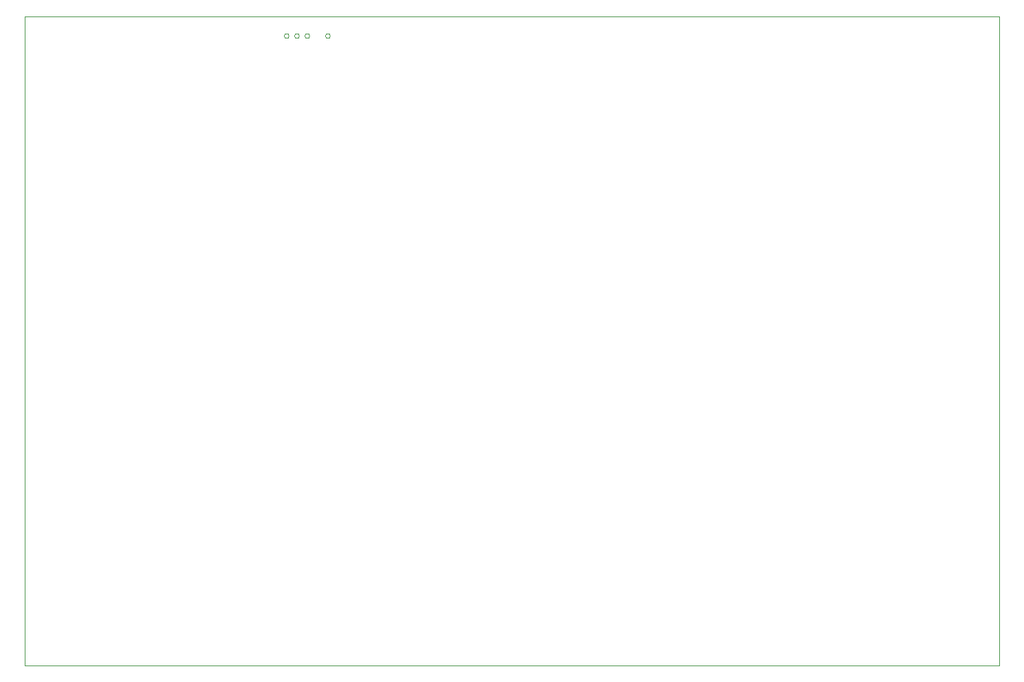
<source format=gbr>
G04 #@! TF.GenerationSoftware,KiCad,Pcbnew,(5.1.2)-1*
G04 #@! TF.CreationDate,2019-10-17T16:55:22+02:00*
G04 #@! TF.ProjectId,ovc,6f76632e-6b69-4636-9164-5f7063625858,rev?*
G04 #@! TF.SameCoordinates,Original*
G04 #@! TF.FileFunction,Profile,NP*
%FSLAX46Y46*%
G04 Gerber Fmt 4.6, Leading zero omitted, Abs format (unit mm)*
G04 Created by KiCad (PCBNEW (5.1.2)-1) date 2019-10-17 16:55:22*
%MOMM*%
%LPD*%
G04 APERTURE LIST*
%ADD10C,0.050000*%
G04 APERTURE END LIST*
D10*
X152640000Y-52400000D02*
G75*
G03X152640000Y-52400000I-300000J0D01*
G01*
X150100000Y-52400000D02*
G75*
G03X150100000Y-52400000I-300000J0D01*
G01*
X148830000Y-52400000D02*
G75*
G03X148830000Y-52400000I-300000J0D01*
G01*
X147560000Y-52400000D02*
G75*
G03X147560000Y-52400000I-300000J0D01*
G01*
X115000000Y-50000000D02*
X115000000Y-130000000D01*
X235000000Y-50000000D02*
X115000000Y-50000000D01*
X235000000Y-130000000D02*
X235000000Y-50000000D01*
X115000000Y-130000000D02*
X235000000Y-130000000D01*
M02*

</source>
